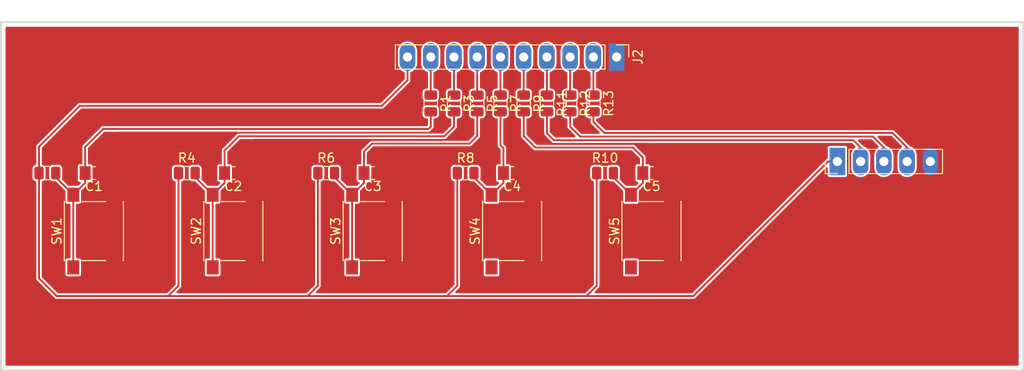
<source format=kicad_pcb>
(kicad_pcb (version 20240108) (generator "pcbnew") (generator_version "8.0")
  (layers (0 "F.Cu" signal) (31 "B.Cu" signal) (34 "B.Paste" user) (35 "F.Paste" user) (36 "B.SilkS" user "B.Silkscreen") (37 "F.SilkS" user "F.Silkscreen") (38 "B.Mask" user) (39 "F.Mask" user) (44 "Edge.Cuts" user))
  (net 0 "")
  (net 1 "GND")
  (net 2 "Net-(SW1-A)")
  (net 3 "Net-(SW2-A)")
  (net 4 "Net-(SW3-A)")
  (net 5 "Net-(SW4-A)")
  (net 6 "Net-(SW5-A)")
  (net 7 "Net-(J1-Button)")
  (net 8 "Net-(J1-S1)")
  (net 9 "Net-(J1-S2)")
  (net 10 "3V3")
  (net 11 "Net-(J2-Pin_2)")
  (net 12 "Net-(J2-Pin_9)")
  (net 13 "Net-(J2-Pin_7)")
  (net 14 "Net-(J2-Pin_8)")
  (net 15 "Net-(J2-Pin_4)")
  (net 16 "Net-(J2-Pin_5)")
  (net 17 "Net-(J2-Pin_6)")
  (net 18 "Net-(J2-Pin_3)")
  (footprint "Resistor_SMD:R_0805_2012Metric" (layer "F.Cu") (at 138.43 69.85 -90)
    (property "Reference" "R12" (at 0 -1.65 90) (layer "F.SilkS"))
    (property "Value" "R_US")
    (fp_line (start -0.227064 0.735) (end 0.227064 0.735) (stroke (width 0.12)) (layer "F.SilkS"))
    (fp_line (start -0.227064 -0.735) (end 0.227064 -0.735) (stroke (width 0.12)) (layer "F.SilkS"))
    (pad "1" smd roundrect (at -0.9125 0 270) (size 1.025 1.4) (layers "F.Cu" "F.Paste" "F.Mask") (roundrect_rratio 0.243902) (net 18 "Net-(J2-Pin_3)"))
    (pad "2" smd roundrect (at 0.9125 0 270) (size 1.025 1.4) (layers "F.Cu" "F.Paste" "F.Mask") (roundrect_rratio 0.243902) (net 9 "Net-(J1-S2)"))
  )
  (footprint "Resistor_SMD:R_0805_2012Metric" (layer "F.Cu") (at 128.27 69.85 -90)
    (property "Reference" "R5" (at 0 -1.65 90) (layer "F.SilkS"))
    (property "Value" "R_US")
    (fp_line (start -0.227064 0.735) (end 0.227064 0.735) (stroke (width 0.12)) (layer "F.SilkS"))
    (fp_line (start -0.227064 -0.735) (end 0.227064 -0.735) (stroke (width 0.12)) (layer "F.SilkS"))
    (pad "1" smd roundrect (at -0.9125 0 270) (size 1.025 1.4) (layers "F.Cu" "F.Paste" "F.Mask") (roundrect_rratio 0.243902) (net 13 "Net-(J2-Pin_7)"))
    (pad "2" smd roundrect (at 0.9125 0 270) (size 1.025 1.4) (layers "F.Cu" "F.Paste" "F.Mask") (roundrect_rratio 0.243902) (net 4 "Net-(SW3-A)"))
  )
  (footprint "AB_Custom_Footprints:C_MicroMELF_MMU-0102" (layer "F.Cu") (at 147.32 77.47 180)
    (property "Reference" "C5" (at 0 -1.45 180) (layer "F.SilkS"))
    (property "Value" "C")
    (fp_line (start 0.2 0.7) (end -0.2 0.7) (stroke (width 0.12)) (layer "F.SilkS"))
    (fp_line (start -0.2 -0.7) (end 0.2 -0.7) (stroke (width 0.12)) (layer "F.SilkS"))
    (pad "1" smd rect (at -0.95 0 180) (size 1.2 1.5) (layers "F.Cu" "F.Paste" "F.Mask") (net 1 "GND"))
    (pad "2" smd rect (at 0.95 0 180) (size 1.2 1.5) (layers "F.Cu" "F.Paste" "F.Mask") (net 6 "Net-(SW5-A)"))
  )
  (footprint "AB_Custom_Footprints:C_MicroMELF_MMU-0102" (layer "F.Cu") (at 132.08 77.47 180)
    (property "Reference" "C4" (at 0 -1.45 180) (layer "F.SilkS"))
    (property "Value" "C")
    (fp_line (start 0.2 0.7) (end -0.2 0.7) (stroke (width 0.12)) (layer "F.SilkS"))
    (fp_line (start -0.2 -0.7) (end 0.2 -0.7) (stroke (width 0.12)) (layer "F.SilkS"))
    (pad "1" smd rect (at -0.95 0 180) (size 1.2 1.5) (layers "F.Cu" "F.Paste" "F.Mask") (net 1 "GND"))
    (pad "2" smd rect (at 0.95 0 180) (size 1.2 1.5) (layers "F.Cu" "F.Paste" "F.Mask") (net 5 "Net-(SW4-A)"))
  )
  (footprint "Resistor_SMD:R_0805_2012Metric" (layer "F.Cu") (at 125.73 69.85 -90)
    (property "Reference" "R3" (at 0 -1.65 90) (layer "F.SilkS"))
    (property "Value" "R_US")
    (fp_line (start -0.227064 0.735) (end 0.227064 0.735) (stroke (width 0.12)) (layer "F.SilkS"))
    (fp_line (start -0.227064 -0.735) (end 0.227064 -0.735) (stroke (width 0.12)) (layer "F.SilkS"))
    (pad "1" smd roundrect (at -0.9125 0 270) (size 1.025 1.4) (layers "F.Cu" "F.Paste" "F.Mask") (roundrect_rratio 0.243902) (net 14 "Net-(J2-Pin_8)"))
    (pad "2" smd roundrect (at 0.9125 0 270) (size 1.025 1.4) (layers "F.Cu" "F.Paste" "F.Mask") (roundrect_rratio 0.243902) (net 3 "Net-(SW2-A)"))
  )
  (footprint "Resistor_SMD:R_0805_2012Metric" (layer "F.Cu") (at 81.28 77.47)
    (property "Reference" "R2" (hide yes))
    (property "Value" "R_US")
    (fp_line (start -0.227064 -0.735) (end 0.227064 -0.735) (stroke (width 0.12)) (layer "F.SilkS"))
    (fp_line (start -0.227064 0.735) (end 0.227064 0.735) (stroke (width 0.12)) (layer "F.SilkS"))
    (pad "1" smd roundrect (at -0.9125 0) (size 1.025 1.4) (layers "F.Cu" "F.Paste" "F.Mask") (roundrect_rratio 0.243902) (net 10 "3V3"))
    (pad "2" smd roundrect (at 0.9125 0) (size 1.025 1.4) (layers "F.Cu" "F.Paste" "F.Mask") (roundrect_rratio 0.243902) (net 2 "Net-(SW1-A)"))
  )
  (footprint "Resistor_SMD:R_0805_2012Metric" (layer "F.Cu") (at 133.35 69.85 -90)
    (property "Reference" "R9" (at 0 -1.65 90) (layer "F.SilkS"))
    (property "Value" "R_US")
    (fp_line (start -0.227064 0.735) (end 0.227064 0.735) (stroke (width 0.12)) (layer "F.SilkS"))
    (fp_line (start -0.227064 -0.735) (end 0.227064 -0.735) (stroke (width 0.12)) (layer "F.SilkS"))
    (pad "1" smd roundrect (at -0.9125 0 270) (size 1.025 1.4) (layers "F.Cu" "F.Paste" "F.Mask") (roundrect_rratio 0.243902) (net 16 "Net-(J2-Pin_5)"))
    (pad "2" smd roundrect (at 0.9125 0 270) (size 1.025 1.4) (layers "F.Cu" "F.Paste" "F.Mask") (roundrect_rratio 0.243902) (net 6 "Net-(SW5-A)"))
  )
  (footprint "AB_Custom_Footprints:C_MicroMELF_MMU-0102" (layer "F.Cu") (at 86.36 77.47 180)
    (property "Reference" "C1" (at 0 -1.45 180) (layer "F.SilkS"))
    (property "Value" "C" (hide yes))
    (fp_line (start 0.2 0.7) (end -0.2 0.7) (stroke (width 0.12)) (layer "F.SilkS"))
    (fp_line (start -0.2 -0.7) (end 0.2 -0.7) (stroke (width 0.12)) (layer "F.SilkS"))
    (pad "1" smd rect (at -0.95 0 180) (size 1.2 1.5) (layers "F.Cu" "F.Paste" "F.Mask") (net 1 "GND"))
    (pad "2" smd rect (at 0.95 0 180) (size 1.2 1.5) (layers "F.Cu" "F.Paste" "F.Mask") (net 2 "Net-(SW1-A)"))
  )
  (footprint "AB_Custom_Footprints:C_MicroMELF_MMU-0102" (layer "F.Cu") (at 101.6 77.47 180)
    (property "Reference" "C2" (at 0 -1.45 180) (layer "F.SilkS"))
    (property "Value" "C")
    (fp_line (start 0.2 0.7) (end -0.2 0.7) (stroke (width 0.12)) (layer "F.SilkS"))
    (fp_line (start -0.2 -0.7) (end 0.2 -0.7) (stroke (width 0.12)) (layer "F.SilkS"))
    (pad "1" smd rect (at -0.95 0 180) (size 1.2 1.5) (layers "F.Cu" "F.Paste" "F.Mask") (net 1 "GND"))
    (pad "2" smd rect (at 0.95 0 180) (size 1.2 1.5) (layers "F.Cu" "F.Paste" "F.Mask") (net 3 "Net-(SW2-A)"))
  )
  (footprint "Resistor_SMD:R_0805_2012Metric" (layer "F.Cu") (at 142.24 77.47)
    (property "Reference" "R10" (at 0 -1.65 0) (layer "F.SilkS"))
    (property "Value" "R_US")
    (fp_line (start -0.227064 -0.735) (end 0.227064 -0.735) (stroke (width 0.12)) (layer "F.SilkS"))
    (fp_line (start -0.227064 0.735) (end 0.227064 0.735) (stroke (width 0.12)) (layer "F.SilkS"))
    (pad "1" smd roundrect (at -0.9125 0) (size 1.025 1.4) (layers "F.Cu" "F.Paste" "F.Mask") (roundrect_rratio 0.243902) (net 10 "3V3"))
    (pad "2" smd roundrect (at 0.9125 0) (size 1.025 1.4) (layers "F.Cu" "F.Paste" "F.Mask") (roundrect_rratio 0.243902) (net 6 "Net-(SW5-A)"))
  )
  (footprint "Resistor_SMD:R_0805_2012Metric" (layer "F.Cu") (at 111.76 77.47)
    (property "Reference" "R6" (at 0 -1.65 360) (layer "F.SilkS"))
    (property "Value" "R_US")
    (fp_line (start -0.227064 -0.735) (end 0.227064 -0.735) (stroke (width 0.12)) (layer "F.SilkS"))
    (fp_line (start -0.227064 0.735) (end 0.227064 0.735) (stroke (width 0.12)) (layer "F.SilkS"))
    (pad "1" smd roundrect (at -0.9125 0) (size 1.025 1.4) (layers "F.Cu" "F.Paste" "F.Mask") (roundrect_rratio 0.243902) (net 10 "3V3"))
    (pad "2" smd roundrect (at 0.9125 0) (size 1.025 1.4) (layers "F.Cu" "F.Paste" "F.Mask") (roundrect_rratio 0.243902) (net 4 "Net-(SW3-A)"))
  )
  (footprint "AB_Custom_Footprints:SW_Push_1P1T_NO_6x6mm" (layer "F.Cu") (at 116.84 83.82 90)
    (property "Reference" "SW3" (at 0 -4.05 270) (layer "F.SilkS"))
    (property "Value" "SW_SPST")
    (fp_line (start 3.23 -3.23) (end 3.23 -3.2) (stroke (width 0.12)) (layer "F.SilkS"))
    (fp_line (start -3.23 -3.23) (end 3.23 -3.23) (stroke (width 0.12)) (layer "F.SilkS"))
    (fp_line (start -3.23 -3.2) (end -3.23 -3.23) (stroke (width 0.12)) (layer "F.SilkS"))
    (fp_line (start 3.23 -1.3) (end 3.23 1.3) (stroke (width 0.12)) (layer "F.SilkS"))
    (fp_line (start -3.23 -1.3) (end -3.23 1.3) (stroke (width 0.12)) (layer "F.SilkS"))
    (fp_line (start 3.23 3.23) (end 3.23 3.2) (stroke (width 0.12)) (layer "F.SilkS"))
    (fp_line (start -3.23 3.23) (end -3.23 3.2) (stroke (width 0.12)) (layer "F.SilkS"))
    (fp_line (start -3.23 3.23) (end 3.23 3.23) (stroke (width 0.12)) (layer "F.SilkS"))
    (pad "1" smd rect (at -3.975 -2.25 90) (size 1.55 1.3) (layers "F.Cu" "F.Paste" "F.Mask") (net 4 "Net-(SW3-A)"))
    (pad "1" smd rect (at 3.975 -2.25 90) (size 1.55 1.3) (layers "F.Cu" "F.Paste" "F.Mask") (net 4 "Net-(SW3-A)"))
    (pad "2" smd rect (at -3.975 2.25 90) (size 1.55 1.3) (layers "F.Cu" "F.Paste" "F.Mask") (net 1 "GND"))
    (pad "2" smd rect (at 3.975 2.25 90) (size 1.55 1.3) (layers "F.Cu" "F.Paste" "F.Mask") (net 1 "GND"))
  )
  (footprint "Resistor_SMD:R_0805_2012Metric" (layer "F.Cu") (at 130.81 69.85 -90)
    (property "Reference" "R7" (at 0 -1.65 90) (layer "F.SilkS"))
    (property "Value" "R_US")
    (fp_line (start -0.227064 0.735) (end 0.227064 0.735) (stroke (width 0.12)) (layer "F.SilkS"))
    (fp_line (start -0.227064 -0.735) (end 0.227064 -0.735) (stroke (width 0.12)) (layer "F.SilkS"))
    (pad "1" smd roundrect (at -0.9125 0 270) (size 1.025 1.4) (layers "F.Cu" "F.Paste" "F.Mask") (roundrect_rratio 0.243902) (net 17 "Net-(J2-Pin_6)"))
    (pad "2" smd roundrect (at 0.9125 0 270) (size 1.025 1.4) (layers "F.Cu" "F.Paste" "F.Mask") (roundrect_rratio 0.243902) (net 5 "Net-(SW4-A)"))
  )
  (footprint "Resistor_SMD:R_0805_2012Metric" (layer "F.Cu") (at 140.97 69.85 -90)
    (property "Reference" "R13" (at 0 -1.65 90) (layer "F.SilkS"))
    (property "Value" "R_US")
    (fp_line (start -0.227064 0.735) (end 0.227064 0.735) (stroke (width 0.12)) (layer "F.SilkS"))
    (fp_line (start -0.227064 -0.735) (end 0.227064 -0.735) (stroke (width 0.12)) (layer "F.SilkS"))
    (pad "1" smd roundrect (at -0.9125 0 270) (size 1.025 1.4) (layers "F.Cu" "F.Paste" "F.Mask") (roundrect_rratio 0.243902) (net 11 "Net-(J2-Pin_2)"))
    (pad "2" smd roundrect (at 0.9125 0 270) (size 1.025 1.4) (layers "F.Cu" "F.Paste" "F.Mask") (roundrect_rratio 0.243902) (net 8 "Net-(J1-S1)"))
  )
  (footprint "Resistor_SMD:R_0805_2012Metric" (layer "F.Cu") (at 135.89 69.85 -90)
    (property "Reference" "R11" (at 0 -1.65 90) (layer "F.SilkS"))
    (property "Value" "R_US")
    (fp_line (start -0.227064 0.735) (end 0.227064 0.735) (stroke (width 0.12)) (layer "F.SilkS"))
    (fp_line (start -0.227064 -0.735) (end 0.227064 -0.735) (stroke (width 0.12)) (layer "F.SilkS"))
    (pad "1" smd roundrect (at -0.9125 0 270) (size 1.025 1.4) (layers "F.Cu" "F.Paste" "F.Mask") (roundrect_rratio 0.243902) (net 15 "Net-(J2-Pin_4)"))
    (pad "2" smd roundrect (at 0.9125 0 270) (size 1.025 1.4) (layers "F.Cu" "F.Paste" "F.Mask") (roundrect_rratio 0.243902) (net 7 "Net-(J1-Button)"))
  )
  (footprint "AB_Custom_Footprints:SW_Push_1P1T_NO_6x6mm" (layer "F.Cu") (at 147.32 83.82 90)
    (property "Reference" "SW5" (at 0 -4.05 270) (layer "F.SilkS"))
    (property "Value" "SW_SPST")
    (fp_line (start 3.23 -3.23) (end 3.23 -3.2) (stroke (width 0.12)) (layer "F.SilkS"))
    (fp_line (start -3.23 -3.23) (end 3.23 -3.23) (stroke (width 0.12)) (layer "F.SilkS"))
    (fp_line (start -3.23 -3.2) (end -3.23 -3.23) (stroke (width 0.12)) (layer "F.SilkS"))
    (fp_line (start 3.23 -1.3) (end 3.23 1.3) (stroke (width 0.12)) (layer "F.SilkS"))
    (fp_line (start -3.23 -1.3) (end -3.23 1.3) (stroke (width 0.12)) (layer "F.SilkS"))
    (fp_line (start 3.23 3.23) (end 3.23 3.2) (stroke (width 0.12)) (layer "F.SilkS"))
    (fp_line (start -3.23 3.23) (end -3.23 3.2) (stroke (width 0.12)) (layer "F.SilkS"))
    (fp_line (start -3.23 3.23) (end 3.23 3.23) (stroke (width 0.12)) (layer "F.SilkS"))
    (pad "1" smd rect (at -3.975 -2.25 90) (size 1.55 1.3) (layers "F.Cu" "F.Paste" "F.Mask") (net 6 "Net-(SW5-A)"))
    (pad "1" smd rect (at 3.975 -2.25 90) (size 1.55 1.3) (layers "F.Cu" "F.Paste" "F.Mask") (net 6 "Net-(SW5-A)"))
    (pad "2" smd rect (at -3.975 2.25 90) (size 1.55 1.3) (layers "F.Cu" "F.Paste" "F.Mask") (net 1 "GND"))
    (pad "2" smd rect (at 3.975 2.25 90) (size 1.55 1.3) (layers "F.Cu" "F.Paste" "F.Mask") (net 1 "GND"))
  )
  (footprint "AB_Custom_Footprints:SW_Push_1P1T_NO_6x6mm" (layer "F.Cu") (at 132.08 83.82 90)
    (property "Reference" "SW4" (at 0 -4.05 270) (layer "F.SilkS"))
    (property "Value" "SW_SPST")
    (fp_line (start 3.23 -3.23) (end 3.23 -3.2) (stroke (width 0.12)) (layer "F.SilkS"))
    (fp_line (start -3.23 -3.23) (end 3.23 -3.23) (stroke (width 0.12)) (layer "F.SilkS"))
    (fp_line (start -3.23 -3.2) (end -3.23 -3.23) (stroke (width 0.12)) (layer "F.SilkS"))
    (fp_line (start 3.23 -1.3) (end 3.23 1.3) (stroke (width 0.12)) (layer "F.SilkS"))
    (fp_line (start -3.23 -1.3) (end -3.23 1.3) (stroke (width 0.12)) (layer "F.SilkS"))
    (fp_line (start 3.23 3.23) (end 3.23 3.2) (stroke (width 0.12)) (layer "F.SilkS"))
    (fp_line (start -3.23 3.23) (end -3.23 3.2) (stroke (width 0.12)) (layer "F.SilkS"))
    (fp_line (start -3.23 3.23) (end 3.23 3.23) (stroke (width 0.12)) (layer "F.SilkS"))
    (pad "1" smd rect (at -3.975 -2.25 90) (size 1.55 1.3) (layers "F.Cu" "F.Paste" "F.Mask") (net 5 "Net-(SW4-A)"))
    (pad "1" smd rect (at 3.975 -2.25 90) (size 1.55 1.3) (layers "F.Cu" "F.Paste" "F.Mask") (net 5 "Net-(SW4-A)"))
    (pad "2" smd rect (at -3.975 2.25 90) (size 1.55 1.3) (layers "F.Cu" "F.Paste" "F.Mask") (net 1 "GND"))
    (pad "2" smd rect (at 3.975 2.25 90) (size 1.55 1.3) (layers "F.Cu" "F.Paste" "F.Mask") (net 1 "GND"))
  )
  (footprint "Resistor_SMD:R_0805_2012Metric" (layer "F.Cu") (at 96.52 77.47)
    (property "Reference" "R4" (at 0 -1.65 0) (layer "F.SilkS"))
    (property "Value" "R_US")
    (fp_line (start -0.227064 -0.735) (end 0.227064 -0.735) (stroke (width 0.12)) (layer "F.SilkS"))
    (fp_line (start -0.227064 0.735) (end 0.227064 0.735) (stroke (width 0.12)) (layer "F.SilkS"))
    (pad "1" smd roundrect (at -0.9125 0) (size 1.025 1.4) (layers "F.Cu" "F.Paste" "F.Mask") (roundrect_rratio 0.243902) (net 10 "3V3"))
    (pad "2" smd roundrect (at 0.9125 0) (size 1.025 1.4) (layers "F.Cu" "F.Paste" "F.Mask") (roundrect_rratio 0.243902) (net 3 "Net-(SW2-A)"))
  )
  (footprint "Resistor_SMD:R_0805_2012Metric" (layer "F.Cu") (at 127 77.47)
    (property "Reference" "R8" (at 0 -1.65 0) (layer "F.SilkS"))
    (property "Value" "R_US")
    (fp_line (start -0.227064 -0.735) (end 0.227064 -0.735) (stroke (width 0.12)) (layer "F.SilkS"))
    (fp_line (start -0.227064 0.735) (end 0.227064 0.735) (stroke (width 0.12)) (layer "F.SilkS"))
    (pad "1" smd roundrect (at -0.9125 0) (size 1.025 1.4) (layers "F.Cu" "F.Paste" "F.Mask") (roundrect_rratio 0.243902) (net 10 "3V3"))
    (pad "2" smd roundrect (at 0.9125 0) (size 1.025 1.4) (layers "F.Cu" "F.Paste" "F.Mask") (roundrect_rratio 0.243902) (net 5 "Net-(SW4-A)"))
  )
  (footprint "AB_Custom_Footprints:SW_Push_1P1T_NO_6x6mm" (layer "F.Cu") (at 86.36 83.82 90)
    (property "Reference" "SW1" (at 0 -4.05 270) (layer "F.SilkS"))
    (property "Value" "SW_SPST")
    (fp_line (start 3.23 -3.23) (end 3.23 -3.2) (stroke (width 0.12)) (layer "F.SilkS"))
    (fp_line (start -3.23 -3.23) (end 3.23 -3.23) (stroke (width 0.12)) (layer "F.SilkS"))
    (fp_line (start -3.23 -3.2) (end -3.23 -3.23) (stroke (width 0.12)) (layer "F.SilkS"))
    (fp_line (start 3.23 -1.3) (end 3.23 1.3) (stroke (width 0.12)) (layer "F.SilkS"))
    (fp_line (start -3.23 -1.3) (end -3.23 1.3) (stroke (width 0.12)) (layer "F.SilkS"))
    (fp_line (start 3.23 3.23) (end 3.23 3.2) (stroke (width 0.12)) (layer "F.SilkS"))
    (fp_line (start -3.23 3.23) (end -3.23 3.2) (stroke (width 0.12)) (layer "F.SilkS"))
    (fp_line (start -3.23 3.23) (end 3.23 3.23) (stroke (width 0.12)) (layer "F.SilkS"))
    (pad "1" smd rect (at -3.975 -2.25 90) (size 1.55 1.3) (layers "F.Cu" "F.Paste" "F.Mask") (net 2 "Net-(SW1-A)"))
    (pad "1" smd rect (at 3.975 -2.25 90) (size 1.55 1.3) (layers "F.Cu" "F.Paste" "F.Mask") (net 2 "Net-(SW1-A)"))
    (pad "2" smd rect (at -3.975 2.25 90) (size 1.55 1.3) (layers "F.Cu" "F.Paste" "F.Mask") (net 1 "GND"))
    (pad "2" smd rect (at 3.975 2.25 90) (size 1.55 1.3) (layers "F.Cu" "F.Paste" "F.Mask") (net 1 "GND"))
  )
  (footprint "AB_Custom_Footprints:C_MicroMELF_MMU-0102" (layer "F.Cu") (at 116.84 77.47 180)
    (property "Reference" "C3" (at 0 -1.45 180) (layer "F.SilkS"))
    (property "Value" "C")
    (fp_line (start 0.2 0.7) (end -0.2 0.7) (stroke (width 0.12)) (layer "F.SilkS"))
    (fp_line (start -0.2 -0.7) (end 0.2 -0.7) (stroke (width 0.12)) (layer "F.SilkS"))
    (pad "1" smd rect (at -0.95 0 180) (size 1.2 1.5) (layers "F.Cu" "F.Paste" "F.Mask") (net 1 "GND"))
    (pad "2" smd rect (at 0.95 0 180) (size 1.2 1.5) (layers "F.Cu" "F.Paste" "F.Mask") (net 4 "Net-(SW3-A)"))
  )
  (footprint "Connector_PinHeader_2.54mm:PinHeader_1x05_P2.54mm_Vertical" (layer "F.Cu") (at 167.64 76.2 90)
    (property "Reference" "J1" (hide yes))
    (property "Value" "~")
    (fp_line (start -1.33 -1.33) (end 0 -1.33) (stroke (width 0.12)) (layer "F.SilkS"))
    (fp_line (start -1.33 0) (end -1.33 -1.33) (stroke (width 0.12)) (layer "F.SilkS"))
    (fp_line (start 1.33 1.27) (end 1.33 11.49) (stroke (width 0.12)) (layer "F.SilkS"))
    (fp_line (start -1.33 1.27) (end 1.33 1.27) (stroke (width 0.12)) (layer "F.SilkS"))
    (fp_line (start -1.33 1.27) (end -1.33 11.49) (stroke (width 0.12)) (layer "F.SilkS"))
    (fp_line (start -1.33 11.49) (end 1.33 11.49) (stroke (width 0.12)) (layer "F.SilkS"))
    (pad "1" thru_hole rect (at 0 0 90) (size 3 1.7) (drill 1) (layers "*.Cu" "*.Mask") (net 10 "3V3"))
    (pad "2" thru_hole oval (at 0 2.54 90) (size 3 1.7) (drill 1) (layers "*.Cu" "*.Mask") (net 7 "Net-(J1-Button)"))
    (pad "3" thru_hole oval (at 0 5.08 90) (size 3 1.7) (drill 1) (layers "*.Cu" "*.Mask") (net 9 "Net-(J1-S2)"))
    (pad "4" thru_hole oval (at 0 7.62 90) (size 3 1.7) (drill 1) (layers "*.Cu" "*.Mask") (net 8 "Net-(J1-S1)"))
    (pad "5" thru_hole oval (at 0 10.16 90) (size 3 1.7) (drill 1) (layers "*.Cu" "*.Mask") (net 1 "GND"))
  )
  (footprint "Connector_PinHeader_2.54mm:PinHeader_1x10_P2.54mm_Vertical" (layer "F.Cu") (at 143.505 64.77 -90)
    (property "Reference" "J2" (at 0 -2.33 90) (layer "F.SilkS"))
    (property "Value" "Conn_01x10_Pin")
    (fp_line (start -1.33 24.19) (end 1.33 24.19) (stroke (width 0.12)) (layer "F.SilkS"))
    (fp_line (start -1.33 1.27) (end -1.33 24.19) (stroke (width 0.12)) (layer "F.SilkS"))
    (fp_line (start -1.33 1.27) (end 1.33 1.27) (stroke (width 0.12)) (layer "F.SilkS"))
    (fp_line (start 1.33 1.27) (end 1.33 24.19) (stroke (width 0.12)) (layer "F.SilkS"))
    (fp_line (start -1.33 0) (end -1.33 -1.33) (stroke (width 0.12)) (layer "F.SilkS"))
    (fp_line (start -1.33 -1.33) (end 0 -1.33) (stroke (width 0.12)) (layer "F.SilkS"))
    (pad "1" thru_hole rect (at 0 0 270) (size 3 1.7) (drill 1) (layers "*.Cu" "*.Mask") (net 1 "GND"))
    (pad "2" thru_hole oval (at 0 2.54 270) (size 3 1.7) (drill 1) (layers "*.Cu" "*.Mask") (net 11 "Net-(J2-Pin_2)"))
    (pad "3" thru_hole oval (at 0 5.08 270) (size 3 1.7) (drill 1) (layers "*.Cu" "*.Mask") (net 18 "Net-(J2-Pin_3)"))
    (pad "4" thru_hole oval (at 0 7.62 270) (size 3 1.7) (drill 1) (layers "*.Cu" "*.Mask") (net 15 "Net-(J2-Pin_4)"))
    (pad "5" thru_hole oval (at 0 10.16 270) (size 3 1.7) (drill 1) (layers "*.Cu" "*.Mask") (net 16 "Net-(J2-Pin_5)"))
    (pad "6" thru_hole oval (at 0 12.7 270) (size 3 1.7) (drill 1) (layers "*.Cu" "*.Mask") (net 17 "Net-(J2-Pin_6)"))
    (pad "7" thru_hole oval (at 0 15.24 270) (size 3 1.7) (drill 1) (layers "*.Cu" "*.Mask") (net 13 "Net-(J2-Pin_7)"))
    (pad "8" thru_hole oval (at 0 17.78 270) (size 3 1.7) (drill 1) (layers "*.Cu" "*.Mask") (net 14 "Net-(J2-Pin_8)"))
    (pad "9" thru_hole oval (at 0 20.32 270) (size 3 1.7) (drill 1) (layers "*.Cu" "*.Mask") (net 12 "Net-(J2-Pin_9)"))
    (pad "10" thru_hole oval (at 0 22.86 270) (size 3 1.7) (drill 1) (layers "*.Cu" "*.Mask") (net 10 "3V3"))
  )
  (footprint "Resistor_SMD:R_0805_2012Metric" (layer "F.Cu") (at 123.19 69.85 -90)
    (property "Reference" "R1" (at 0 -1.65 90) (layer "F.SilkS"))
    (property "Value" "R_US")
    (fp_line (start -0.227064 0.735) (end 0.227064 0.735) (stroke (width 0.12)) (layer "F.SilkS"))
    (fp_line (start -0.227064 -0.735) (end 0.227064 -0.735) (stroke (width 0.12)) (layer "F.SilkS"))
    (pad "1" smd roundrect (at -0.9125 0 270) (size 1.025 1.4) (layers "F.Cu" "F.Paste" "F.Mask") (roundrect_rratio 0.243902) (net 12 "Net-(J2-Pin_9)"))
    (pad "2" smd roundrect (at 0.9125 0 270) (size 1.025 1.4) (layers "F.Cu" "F.Paste" "F.Mask") (roundrect_rratio 0.243902) (net 2 "Net-(SW1-A)"))
  )
  (footprint "AB_Custom_Footprints:SW_Push_1P1T_NO_6x6mm" (layer "F.Cu") (at 101.6 83.82 90)
    (property "Reference" "SW2" (at 0 -4.05 270) (layer "F.SilkS"))
    (property "Value" "SW_SPST")
    (fp_line (start 3.23 -3.23) (end 3.23 -3.2) (stroke (width 0.12)) (layer "F.SilkS"))
    (fp_line (start -3.23 -3.23) (end 3.23 -3.23) (stroke (width 0.12)) (layer "F.SilkS"))
    (fp_line (start -3.23 -3.2) (end -3.23 -3.23) (stroke (width 0.12)) (layer "F.SilkS"))
    (fp_line (start 3.23 -1.3) (end 3.23 1.3) (stroke (width 0.12)) (layer "F.SilkS"))
    (fp_line (start -3.23 -1.3) (end -3.23 1.3) (stroke (width 0.12)) (layer "F.SilkS"))
    (fp_line (start 3.23 3.23) (end 3.23 3.2) (stroke (width 0.12)) (layer "F.SilkS"))
    (fp_line (start -3.23 3.23) (end -3.23 3.2) (stroke (width 0.12)) (layer "F.SilkS"))
    (fp_line (start -3.23 3.23) (end 3.23 3.23) (stroke (width 0.12)) (layer "F.SilkS"))
    (pad "1" smd rect (at -3.975 -2.25 90) (size 1.55 1.3) (layers "F.Cu" "F.Paste" "F.Mask") (net 3 "Net-(SW2-A)"))
    (pad "1" smd rect (at 3.975 -2.25 90) (size 1.55 1.3) (layers "F.Cu" "F.Paste" "F.Mask") (net 3 "Net-(SW2-A)"))
    (pad "2" smd rect (at -3.975 2.25 90) (size 1.55 1.3) (layers "F.Cu" "F.Paste" "F.Mask") (net 1 "GND"))
    (pad "2" smd rect (at 3.975 2.25 90) (size 1.55 1.3) (layers "F.Cu" "F.Paste" "F.Mask") (net 1 "GND"))
  )
  (gr_rect (start 76.2 60.96) (end 187.96 99.06) (stroke (width 0.2)) (fill none) (layer "Edge.Cuts"))
  (segment (start 133.03 77.47) (end 133.03 75.626) (width 0.2) (layer "F.Cu") (net 1))
  (segment (start 133.03 78.545) (end 134.33 79.845) (width 0.2) (layer "F.Cu") (net 1))
  (segment (start 132.08 74.676) (end 132.08 62.992) (width 0.2) (layer "F.Cu") (net 1))
  (segment (start 118.396 74.644) (end 121.92 74.644) (width 0.2) (layer "F.Cu") (net 1))
  (segment (start 148.27 75.626) (end 147.828 75.184) (width 0.2) (layer "F.Cu") (net 1))
  (segment (start 124.46 62.992) (end 124.46 71.685686) (width 0.2) (layer "F.Cu") (net 1))
  (segment (start 87.31 74.742) (end 87.31 77.47) (width 0.2) (layer "F.Cu") (net 1))
  (segment (start 124.841686 73.844) (end 127 71.685686) (width 0.2) (layer "F.Cu") (net 1))
  (segment (start 148.27 77.47) (end 148.27 78.545) (width 0.2) (layer "F.Cu") (net 1))
  (segment (start 148.27 77.47) (end 148.27 75.626) (width 0.2) (layer "F.Cu") (net 1))
  (segment (start 119.09 79.845) (end 119.09 87.795) (width 0.2) (layer "F.Cu") (net 1))
  (segment (start 147.828 64.008) (end 147.828 62.992) (width 0.2) (layer "F.Cu") (net 1))
  (segment (start 117.79 77.47) (end 117.79 78.545) (width 0.2) (layer "F.Cu") (net 1))
  (segment (start 127 71.685686) (end 127 69.596) (width 0.2) (layer "F.Cu") (net 1))
  (segment (start 102.55 77.47) (end 102.55 75.25) (width 0.2) (layer "F.Cu") (net 1))
  (segment (start 133.03 75.626) (end 132.08 74.676) (width 0.2) (layer "F.Cu") (net 1))
  (segment (start 117.79 77.47) (end 117.79 75.25) (width 0.2) (layer "F.Cu") (net 1))
  (segment (start 146.92 74.276) (end 142.24 74.276) (width 0.2) (layer "F.Cu") (net 1))
  (segment (start 147.828 62.992) (end 124.46 62.992) (width 0.2) (layer "F.Cu") (net 1))
  (segment (start 134.62 73.66) (end 134.62 62.992) (width 0.2) (layer "F.Cu") (net 1))
  (segment (start 103.956 73.844) (end 106.172 73.844) (width 0.2) (layer "F.Cu") (net 1))
  (segment (start 129.54 70.612) (end 129.54 68.439) (width 0.2) (layer "F.Cu") (net 1))
  (segment (start 129.54 68.439) (end 129.54 62.992) (width 0.2) (layer "F.Cu") (net 1))
  (segment (start 127 69.596) (end 127 68.58) (width 0.2) (layer "F.Cu") (net 1))
  (segment (start 142.24 74.276) (end 135.236 74.276) (width 0.2) (layer "F.Cu") (net 1))
  (segment (start 177.8 76.2) (end 164.592 62.992) (width 0.2) (layer "F.Cu") (net 1))
  (segment (start 127.597686 74.644) (end 129.54 72.701686) (width 0.2) (layer "F.Cu") (net 1))
  (segment (start 123.101686 73.044) (end 89.008 73.044) (width 0.2) (layer "F.Cu") (net 1))
  (segment (start 148.27 78.545) (end 149.57 79.845) (width 0.2) (layer "F.Cu") (net 1))
  (segment (start 127 68.58) (end 127 62.992) (width 0.2) (layer "F.Cu") (net 1))
  (segment (start 87.31 77.47) (end 87.31 78.545) (width 0.2) (layer "F.Cu") (net 1))
  (segment (start 102.55 78.545) (end 103.85 79.845) (width 0.2) (layer "F.Cu") (net 1))
  (segment (start 117.79 75.25) (end 118.396 74.644) (width 0.2) (layer "F.Cu") (net 1))
  (segment (start 102.55 77.47) (end 102.55 78.545) (width 0.2) (layer "F.Cu") (net 1))
  (segment (start 103.85 79.845) (end 103.85 87.795) (width 0.2) (layer "F.Cu") (net 1))
  (segment (start 87.31 78.545) (end 88.61 79.845) (width 0.2) (layer "F.Cu") (net 1))
  (segment (start 124.46 71.685686) (end 123.101686 73.044) (width 0.2) (layer "F.Cu") (net 1))
  (segment (start 129.54 72.701686) (end 129.54 70.612) (width 0.2) (layer "F.Cu") (net 1))
  (segment (start 88.61 79.845) (end 88.61 87.795) (width 0.2) (layer "F.Cu") (net 1))
  (segment (start 143.505 64.77) (end 147.066 64.77) (width 0.2) (layer "F.Cu") (net 1))
  (segment (start 133.03 77.47) (end 133.03 78.545) (width 0.2) (layer "F.Cu") (net 1))
  (segment (start 135.236 74.276) (end 134.62 73.66) (width 0.2) (layer "F.Cu") (net 1))
  (segment (start 147.066 64.77) (end 147.828 64.008) (width 0.2) (layer "F.Cu") (net 1))
  (segment (start 117.79 78.545) (end 119.09 79.845) (width 0.2) (layer "F.Cu") (net 1))
  (segment (start 147.828 75.184) (end 146.92 74.276) (width 0.2) (layer "F.Cu") (net 1))
  (segment (start 121.92 74.644) (end 127.597686 74.644) (width 0.2) (layer "F.Cu") (net 1))
  (segment (start 164.592 62.992) (end 147.828 62.992) (width 0.2) (layer "F.Cu") (net 1))
  (segment (start 89.008 73.044) (end 87.31 74.742) (width 0.2) (layer "F.Cu") (net 1))
  (segment (start 102.55 75.25) (end 103.956 73.844) (width 0.2) (layer "F.Cu") (net 1))
  (segment (start 106.172 73.844) (end 124.841686 73.844) (width 0.2) (layer "F.Cu") (net 1))
  (segment (start 122.936 72.644) (end 123.19 72.39) (width 0.2) (layer "F.Cu") (net 2))
  (segment (start 85.41 78.545) (end 84.11 79.845) (width 0.2) (layer "F.Cu") (net 2))
  (segment (start 123.19 72.39) (end 123.19 70.7625) (width 0.2) (layer "F.Cu") (net 2))
  (segment (start 87.376 72.644) (end 122.936 72.644) (width 0.2) (layer "F.Cu") (net 2))
  (segment (start 85.41 77.47) (end 85.41 78.545) (width 0.2) (layer "F.Cu") (net 2))
  (segment (start 82.1925 77.47) (end 82.1925 77.9275) (width 0.2) (layer "F.Cu") (net 2))
  (segment (start 82.1925 77.9275) (end 84.11 79.845) (width 0.2) (layer "F.Cu") (net 2))
  (segment (start 85.41 77.47) (end 85.41 74.61) (width 0.2) (layer "F.Cu") (net 2))
  (segment (start 84.11 79.845) (end 84.11 87.795) (width 0.2) (layer "F.Cu") (net 2))
  (segment (start 85.41 74.61) (end 87.376 72.644) (width 0.2) (layer "F.Cu") (net 2))
  (segment (start 100.65 78.545) (end 99.35 79.845) (width 0.2) (layer "F.Cu") (net 3))
  (segment (start 99.35 79.845) (end 99.35 87.795) (width 0.2) (layer "F.Cu") (net 3))
  (segment (start 100.65 75.01) (end 102.216 73.444) (width 0.2) (layer "F.Cu") (net 3))
  (segment (start 100.65 77.47) (end 100.65 75.01) (width 0.2) (layer "F.Cu") (net 3))
  (segment (start 124.676 73.444) (end 125.73 72.39) (width 0.2) (layer "F.Cu") (net 3))
  (segment (start 97.4325 77.9275) (end 99.35 79.845) (width 0.2) (layer "F.Cu") (net 3))
  (segment (start 102.216 73.444) (end 124.676 73.444) (width 0.2) (layer "F.Cu") (net 3))
  (segment (start 125.73 72.39) (end 125.73 70.7625) (width 0.2) (layer "F.Cu") (net 3))
  (segment (start 97.4325 77.47) (end 97.4325 77.9275) (width 0.2) (layer "F.Cu") (net 3))
  (segment (start 100.65 77.47) (end 100.65 78.545) (width 0.2) (layer "F.Cu") (net 3))
  (segment (start 116.764 74.244) (end 127.432 74.244) (width 0.2) (layer "F.Cu") (net 4))
  (segment (start 115.89 75.118) (end 116.764 74.244) (width 0.2) (layer "F.Cu") (net 4))
  (segment (start 114.59 79.845) (end 114.59 87.795) (width 0.2) (layer "F.Cu") (net 4))
  (segment (start 115.89 77.47) (end 115.89 78.545) (width 0.2) (layer "F.Cu") (net 4))
  (segment (start 112.6725 77.9275) (end 114.59 79.845) (width 0.2) (layer "F.Cu") (net 4))
  (segment (start 115.89 77.47) (end 115.89 75.118) (width 0.2) (layer "F.Cu") (net 4))
  (segment (start 112.6725 77.47) (end 112.6725 77.9275) (width 0.2) (layer "F.Cu") (net 4))
  (segment (start 128.27 73.406) (end 128.27 70.7625) (width 0.2) (layer "F.Cu") (net 4))
  (segment (start 127.432 74.244) (end 128.27 73.406) (width 0.2) (layer "F.Cu") (net 4))
  (segment (start 115.89 78.545) (end 114.59 79.845) (width 0.2) (layer "F.Cu") (net 4))
  (segment (start 127.9125 77.47) (end 127.9125 77.9275) (width 0.2) (layer "F.Cu") (net 5))
  (segment (start 131.13 77.47) (end 131.13 74.742) (width 0.2) (layer "F.Cu") (net 5))
  (segment (start 130.81 74.422) (end 130.81 70.7625) (width 0.2) (layer "F.Cu") (net 5))
  (segment (start 131.13 78.545) (end 129.83 79.845) (width 0.2) (layer "F.Cu") (net 5))
  (segment (start 131.13 77.47) (end 131.13 78.545) (width 0.2) (layer "F.Cu") (net 5))
  (segment (start 131.13 74.742) (end 130.81 74.422) (width 0.2) (layer "F.Cu") (net 5))
  (segment (start 127.9125 77.9275) (end 129.83 79.845) (width 0.2) (layer "F.Cu") (net 5))
  (segment (start 145.288 74.676) (end 146.37 75.758) (width 0.2) (layer "F.Cu") (net 6))
  (segment (start 146.37 77.47) (end 146.37 78.545) (width 0.2) (layer "F.Cu") (net 6))
  (segment (start 146.37 75.758) (end 146.37 77.47) (width 0.2) (layer "F.Cu") (net 6))
  (segment (start 133.35 73.406) (end 134.62 74.676) (width 0.2) (layer "F.Cu") (net 6))
  (segment (start 143.1525 77.47) (end 143.1525 77.9275) (width 0.2) (layer "F.Cu") (net 6))
  (segment (start 143.1525 77.9275) (end 145.07 79.845) (width 0.2) (layer "F.Cu") (net 6))
  (segment (start 146.37 78.545) (end 145.07 79.845) (width 0.2) (layer "F.Cu") (net 6))
  (segment (start 133.35 70.7625) (end 133.35 73.406) (width 0.2) (layer "F.Cu") (net 6))
  (segment (start 134.62 74.676) (end 145.288 74.676) (width 0.2) (layer "F.Cu") (net 6))
  (segment (start 136.652 73.876) (end 135.89 73.114) (width 0.2) (layer "F.Cu") (net 7))
  (segment (start 135.89 73.114) (end 135.89 70.7625) (width 0.2) (layer "F.Cu") (net 7))
  (segment (start 170.18 74.676) (end 169.38 73.876) (width 0.2) (layer "F.Cu") (net 7))
  (segment (start 170.18 76.2) (end 170.18 74.676) (width 0.2) (layer "F.Cu") (net 7))
  (segment (start 169.38 73.876) (end 136.652 73.876) (width 0.2) (layer "F.Cu") (net 7))
  (segment (start 175.26 76.2) (end 175.26 74.676) (width 0.2) (layer "F.Cu") (net 8))
  (segment (start 173.66 73.076) (end 142.164 73.076) (width 0.2) (layer "F.Cu") (net 8))
  (segment (start 175.26 74.676) (end 173.66 73.076) (width 0.2) (layer "F.Cu") (net 8))
  (segment (start 142.164 73.076) (end 140.97 71.882) (width 0.2) (layer "F.Cu") (net 8))
  (segment (start 140.97 71.882) (end 140.97 70.7625) (width 0.2) (layer "F.Cu") (net 8))
  (segment (start 171.52 73.476) (end 139.516 73.476) (width 0.2) (layer "F.Cu") (net 9))
  (segment (start 172.72 74.676) (end 171.52 73.476) (width 0.2) (layer "F.Cu") (net 9))
  (segment (start 172.72 76.2) (end 172.72 74.676) (width 0.2) (layer "F.Cu") (net 9))
  (segment (start 139.516 73.476) (end 138.43 72.39) (width 0.2) (layer "F.Cu") (net 9))
  (segment (start 138.43 72.39) (end 138.43 70.7625) (width 0.2) (layer "F.Cu") (net 9))
  (segment (start 80.3675 77.47) (end 80.3675 89.0035) (width 0.2) (layer "F.Cu") (net 10))
  (segment (start 109.728 90.932) (end 124.968 90.932) (width 0.2) (layer "F.Cu") (net 10))
  (segment (start 166.624 76.2) (end 167.64 76.2) (width 0.2) (layer "F.Cu") (net 10))
  (segment (start 95.6075 77.47) (end 95.6075 89.8125) (width 0.2) (layer "F.Cu") (net 10))
  (segment (start 80.3675 89.0035) (end 82.296 90.932) (width 0.2) (layer "F.Cu") (net 10))
  (segment (start 95.6075 89.8125) (end 94.488 90.932) (width 0.2) (layer "F.Cu") (net 10))
  (segment (start 126.0875 89.8125) (end 124.968 90.932) (width 0.2) (layer "F.Cu") (net 10))
  (segment (start 82.296 90.932) (end 94.488 90.932) (width 0.2) (layer "F.Cu") (net 10))
  (segment (start 124.968 90.932) (end 140.208 90.932) (width 0.2) (layer "F.Cu") (net 10))
  (segment (start 141.3275 77.47) (end 141.3275 89.8125) (width 0.2) (layer "F.Cu") (net 10))
  (segment (start 117.856 70.104) (end 84.836 70.104) (width 0.2) (layer "F.Cu") (net 10))
  (segment (start 84.836 70.104) (end 80.3675 74.5725) (width 0.2) (layer "F.Cu") (net 10))
  (segment (start 120.645 67.315) (end 117.856 70.104) (width 0.2) (layer "F.Cu") (net 10))
  (segment (start 110.8475 89.8125) (end 109.728 90.932) (width 0.2) (layer "F.Cu") (net 10))
  (segment (start 151.892 90.932) (end 166.624 76.2) (width 0.2) (layer "F.Cu") (net 10))
  (segment (start 141.3275 89.8125) (end 140.208 90.932) (width 0.2) (layer "F.Cu") (net 10))
  (segment (start 140.208 90.932) (end 151.892 90.932) (width 0.2) (layer "F.Cu") (net 10))
  (segment (start 120.645 64.77) (end 120.645 67.315) (width 0.2) (layer "F.Cu") (net 10))
  (segment (start 110.8475 77.47) (end 110.8475 89.8125) (width 0.2) (layer "F.Cu") (net 10))
  (segment (start 126.0875 77.47) (end 126.0875 89.8125) (width 0.2) (layer "F.Cu") (net 10))
  (segment (start 94.488 90.932) (end 109.728 90.932) (width 0.2) (layer "F.Cu") (net 10))
  (segment (start 80.3675 74.5725) (end 80.3675 77.47) (width 0.2) (layer "F.Cu") (net 10))
  (segment (start 140.965 64.77) (end 140.965 68.9325) (width 0.2) (layer "F.Cu") (net 11))
  (segment (start 140.965 68.9325) (end 140.97 68.9375) (width 0.2) (layer "F.Cu") (net 11))
  (segment (start 123.185 64.77) (end 123.185 68.9325) (width 0.2) (layer "F.Cu") (net 12))
  (segment (start 123.185 68.9325) (end 123.19 68.9375) (width 0.2) (layer "F.Cu") (net 12))
  (segment (start 128.265 64.77) (end 128.265 68.9325) (width 0.2) (layer "F.Cu") (net 13))
  (segment (start 128.265 68.9325) (end 128.27 68.9375) (width 0.2) (layer "F.Cu") (net 13))
  (segment (start 125.725 68.9325) (end 125.73 68.9375) (width 0.2) (layer "F.Cu") (net 14))
  (segment (start 125.725 64.77) (end 125.725 68.9325) (width 0.2) (layer "F.Cu") (net 14))
  (segment (start 135.885 64.77) (end 135.885 68.9325) (width 0.2) (layer "F.Cu") (net 15))
  (segment (start 135.885 68.9325) (end 135.89 68.9375) (width 0.2) (layer "F.Cu") (net 15))
  (segment (start 133.345 64.77) (end 133.345 68.9325) (width 0.2) (layer "F.Cu") (net 16))
  (segment (start 133.345 68.9325) (end 133.35 68.9375) (width 0.2) (layer "F.Cu") (net 16))
  (segment (start 130.805 64.77) (end 130.805 68.9325) (width 0.2) (layer "F.Cu") (net 17))
  (segment (start 130.805 68.9325) (end 130.81 68.9375) (width 0.2) (layer "F.Cu") (net 17))
  (segment (start 138.425 68.9325) (end 138.43 68.9375) (width 0.2) (layer "F.Cu") (net 18))
  (segment (start 138.425 64.77) (end 138.425 68.9325) (width 0.2) (layer "F.Cu") (net 18))
  (zone (net 1) (net_name "GND") (layer "F.Cu") (connect_pads yes (clearance 0.025)) (min_thickness 0.25) (fill yes (thermal_gap 0.5) (thermal_bridge_width 0.5) (island_removal_mode 1) (island_area_min 10))
    (polygon (pts (xy 76.2 60.96) (xy 187.96 60.96) (xy 187.96 99.06) (xy 76.2 99.06)))
  )
)
</source>
